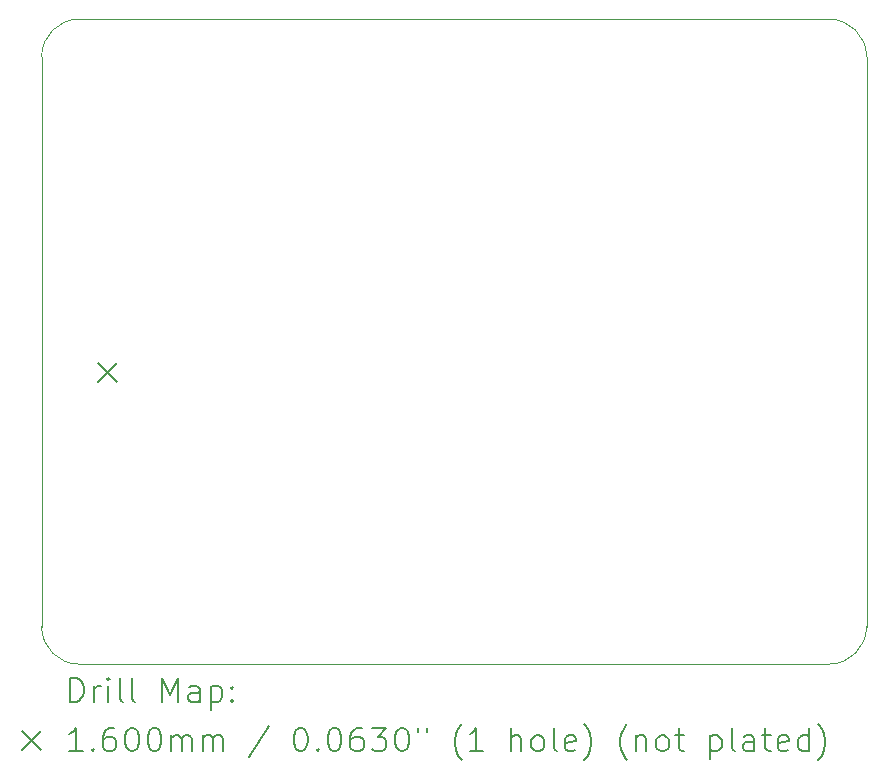
<source format=gbr>
%TF.GenerationSoftware,KiCad,Pcbnew,7.0.2*%
%TF.CreationDate,2024-03-01T12:34:08+01:00*%
%TF.ProjectId,piec_oszust,70696563-5f6f-4737-9a75-73742e6b6963,rev?*%
%TF.SameCoordinates,Original*%
%TF.FileFunction,Drillmap*%
%TF.FilePolarity,Positive*%
%FSLAX45Y45*%
G04 Gerber Fmt 4.5, Leading zero omitted, Abs format (unit mm)*
G04 Created by KiCad (PCBNEW 7.0.2) date 2024-03-01 12:34:08*
%MOMM*%
%LPD*%
G01*
G04 APERTURE LIST*
%ADD10C,0.100000*%
%ADD11C,0.200000*%
%ADD12C,0.160000*%
G04 APERTURE END LIST*
D10*
X3111500Y-4889500D02*
X3111500Y-9715500D01*
X9779000Y-4572000D02*
X3429000Y-4572000D01*
X10096500Y-9715500D02*
X10096500Y-4889500D01*
X3429000Y-10033000D02*
X9779000Y-10033000D01*
X3111500Y-9715500D02*
G75*
G03*
X3429000Y-10033000I317500J0D01*
G01*
X9779000Y-10033000D02*
G75*
G03*
X10096500Y-9715500I0J317500D01*
G01*
X10096500Y-4889500D02*
G75*
G03*
X9779000Y-4572000I-317500J0D01*
G01*
X3429000Y-4572000D02*
G75*
G03*
X3111500Y-4889500I0J-317500D01*
G01*
D11*
D12*
X3592000Y-7482000D02*
X3752000Y-7642000D01*
X3752000Y-7482000D02*
X3592000Y-7642000D01*
D11*
X3354119Y-10350524D02*
X3354119Y-10150524D01*
X3354119Y-10150524D02*
X3401738Y-10150524D01*
X3401738Y-10150524D02*
X3430309Y-10160048D01*
X3430309Y-10160048D02*
X3449357Y-10179095D01*
X3449357Y-10179095D02*
X3458881Y-10198143D01*
X3458881Y-10198143D02*
X3468405Y-10236238D01*
X3468405Y-10236238D02*
X3468405Y-10264810D01*
X3468405Y-10264810D02*
X3458881Y-10302905D01*
X3458881Y-10302905D02*
X3449357Y-10321952D01*
X3449357Y-10321952D02*
X3430309Y-10341000D01*
X3430309Y-10341000D02*
X3401738Y-10350524D01*
X3401738Y-10350524D02*
X3354119Y-10350524D01*
X3554119Y-10350524D02*
X3554119Y-10217190D01*
X3554119Y-10255286D02*
X3563643Y-10236238D01*
X3563643Y-10236238D02*
X3573167Y-10226714D01*
X3573167Y-10226714D02*
X3592214Y-10217190D01*
X3592214Y-10217190D02*
X3611262Y-10217190D01*
X3677928Y-10350524D02*
X3677928Y-10217190D01*
X3677928Y-10150524D02*
X3668405Y-10160048D01*
X3668405Y-10160048D02*
X3677928Y-10169571D01*
X3677928Y-10169571D02*
X3687452Y-10160048D01*
X3687452Y-10160048D02*
X3677928Y-10150524D01*
X3677928Y-10150524D02*
X3677928Y-10169571D01*
X3801738Y-10350524D02*
X3782690Y-10341000D01*
X3782690Y-10341000D02*
X3773167Y-10321952D01*
X3773167Y-10321952D02*
X3773167Y-10150524D01*
X3906500Y-10350524D02*
X3887452Y-10341000D01*
X3887452Y-10341000D02*
X3877928Y-10321952D01*
X3877928Y-10321952D02*
X3877928Y-10150524D01*
X4135071Y-10350524D02*
X4135071Y-10150524D01*
X4135071Y-10150524D02*
X4201738Y-10293381D01*
X4201738Y-10293381D02*
X4268405Y-10150524D01*
X4268405Y-10150524D02*
X4268405Y-10350524D01*
X4449357Y-10350524D02*
X4449357Y-10245762D01*
X4449357Y-10245762D02*
X4439833Y-10226714D01*
X4439833Y-10226714D02*
X4420786Y-10217190D01*
X4420786Y-10217190D02*
X4382690Y-10217190D01*
X4382690Y-10217190D02*
X4363643Y-10226714D01*
X4449357Y-10341000D02*
X4430310Y-10350524D01*
X4430310Y-10350524D02*
X4382690Y-10350524D01*
X4382690Y-10350524D02*
X4363643Y-10341000D01*
X4363643Y-10341000D02*
X4354119Y-10321952D01*
X4354119Y-10321952D02*
X4354119Y-10302905D01*
X4354119Y-10302905D02*
X4363643Y-10283857D01*
X4363643Y-10283857D02*
X4382690Y-10274333D01*
X4382690Y-10274333D02*
X4430310Y-10274333D01*
X4430310Y-10274333D02*
X4449357Y-10264810D01*
X4544595Y-10217190D02*
X4544595Y-10417190D01*
X4544595Y-10226714D02*
X4563643Y-10217190D01*
X4563643Y-10217190D02*
X4601738Y-10217190D01*
X4601738Y-10217190D02*
X4620786Y-10226714D01*
X4620786Y-10226714D02*
X4630310Y-10236238D01*
X4630310Y-10236238D02*
X4639833Y-10255286D01*
X4639833Y-10255286D02*
X4639833Y-10312429D01*
X4639833Y-10312429D02*
X4630310Y-10331476D01*
X4630310Y-10331476D02*
X4620786Y-10341000D01*
X4620786Y-10341000D02*
X4601738Y-10350524D01*
X4601738Y-10350524D02*
X4563643Y-10350524D01*
X4563643Y-10350524D02*
X4544595Y-10341000D01*
X4725548Y-10331476D02*
X4735071Y-10341000D01*
X4735071Y-10341000D02*
X4725548Y-10350524D01*
X4725548Y-10350524D02*
X4716024Y-10341000D01*
X4716024Y-10341000D02*
X4725548Y-10331476D01*
X4725548Y-10331476D02*
X4725548Y-10350524D01*
X4725548Y-10226714D02*
X4735071Y-10236238D01*
X4735071Y-10236238D02*
X4725548Y-10245762D01*
X4725548Y-10245762D02*
X4716024Y-10236238D01*
X4716024Y-10236238D02*
X4725548Y-10226714D01*
X4725548Y-10226714D02*
X4725548Y-10245762D01*
D12*
X2946500Y-10598000D02*
X3106500Y-10758000D01*
X3106500Y-10598000D02*
X2946500Y-10758000D01*
D11*
X3458881Y-10770524D02*
X3344595Y-10770524D01*
X3401738Y-10770524D02*
X3401738Y-10570524D01*
X3401738Y-10570524D02*
X3382690Y-10599095D01*
X3382690Y-10599095D02*
X3363643Y-10618143D01*
X3363643Y-10618143D02*
X3344595Y-10627667D01*
X3544595Y-10751476D02*
X3554119Y-10761000D01*
X3554119Y-10761000D02*
X3544595Y-10770524D01*
X3544595Y-10770524D02*
X3535071Y-10761000D01*
X3535071Y-10761000D02*
X3544595Y-10751476D01*
X3544595Y-10751476D02*
X3544595Y-10770524D01*
X3725548Y-10570524D02*
X3687452Y-10570524D01*
X3687452Y-10570524D02*
X3668405Y-10580048D01*
X3668405Y-10580048D02*
X3658881Y-10589571D01*
X3658881Y-10589571D02*
X3639833Y-10618143D01*
X3639833Y-10618143D02*
X3630309Y-10656238D01*
X3630309Y-10656238D02*
X3630309Y-10732429D01*
X3630309Y-10732429D02*
X3639833Y-10751476D01*
X3639833Y-10751476D02*
X3649357Y-10761000D01*
X3649357Y-10761000D02*
X3668405Y-10770524D01*
X3668405Y-10770524D02*
X3706500Y-10770524D01*
X3706500Y-10770524D02*
X3725548Y-10761000D01*
X3725548Y-10761000D02*
X3735071Y-10751476D01*
X3735071Y-10751476D02*
X3744595Y-10732429D01*
X3744595Y-10732429D02*
X3744595Y-10684810D01*
X3744595Y-10684810D02*
X3735071Y-10665762D01*
X3735071Y-10665762D02*
X3725548Y-10656238D01*
X3725548Y-10656238D02*
X3706500Y-10646714D01*
X3706500Y-10646714D02*
X3668405Y-10646714D01*
X3668405Y-10646714D02*
X3649357Y-10656238D01*
X3649357Y-10656238D02*
X3639833Y-10665762D01*
X3639833Y-10665762D02*
X3630309Y-10684810D01*
X3868405Y-10570524D02*
X3887452Y-10570524D01*
X3887452Y-10570524D02*
X3906500Y-10580048D01*
X3906500Y-10580048D02*
X3916024Y-10589571D01*
X3916024Y-10589571D02*
X3925548Y-10608619D01*
X3925548Y-10608619D02*
X3935071Y-10646714D01*
X3935071Y-10646714D02*
X3935071Y-10694333D01*
X3935071Y-10694333D02*
X3925548Y-10732429D01*
X3925548Y-10732429D02*
X3916024Y-10751476D01*
X3916024Y-10751476D02*
X3906500Y-10761000D01*
X3906500Y-10761000D02*
X3887452Y-10770524D01*
X3887452Y-10770524D02*
X3868405Y-10770524D01*
X3868405Y-10770524D02*
X3849357Y-10761000D01*
X3849357Y-10761000D02*
X3839833Y-10751476D01*
X3839833Y-10751476D02*
X3830309Y-10732429D01*
X3830309Y-10732429D02*
X3820786Y-10694333D01*
X3820786Y-10694333D02*
X3820786Y-10646714D01*
X3820786Y-10646714D02*
X3830309Y-10608619D01*
X3830309Y-10608619D02*
X3839833Y-10589571D01*
X3839833Y-10589571D02*
X3849357Y-10580048D01*
X3849357Y-10580048D02*
X3868405Y-10570524D01*
X4058881Y-10570524D02*
X4077929Y-10570524D01*
X4077929Y-10570524D02*
X4096976Y-10580048D01*
X4096976Y-10580048D02*
X4106500Y-10589571D01*
X4106500Y-10589571D02*
X4116024Y-10608619D01*
X4116024Y-10608619D02*
X4125548Y-10646714D01*
X4125548Y-10646714D02*
X4125548Y-10694333D01*
X4125548Y-10694333D02*
X4116024Y-10732429D01*
X4116024Y-10732429D02*
X4106500Y-10751476D01*
X4106500Y-10751476D02*
X4096976Y-10761000D01*
X4096976Y-10761000D02*
X4077929Y-10770524D01*
X4077929Y-10770524D02*
X4058881Y-10770524D01*
X4058881Y-10770524D02*
X4039833Y-10761000D01*
X4039833Y-10761000D02*
X4030309Y-10751476D01*
X4030309Y-10751476D02*
X4020786Y-10732429D01*
X4020786Y-10732429D02*
X4011262Y-10694333D01*
X4011262Y-10694333D02*
X4011262Y-10646714D01*
X4011262Y-10646714D02*
X4020786Y-10608619D01*
X4020786Y-10608619D02*
X4030309Y-10589571D01*
X4030309Y-10589571D02*
X4039833Y-10580048D01*
X4039833Y-10580048D02*
X4058881Y-10570524D01*
X4211262Y-10770524D02*
X4211262Y-10637190D01*
X4211262Y-10656238D02*
X4220786Y-10646714D01*
X4220786Y-10646714D02*
X4239833Y-10637190D01*
X4239833Y-10637190D02*
X4268405Y-10637190D01*
X4268405Y-10637190D02*
X4287452Y-10646714D01*
X4287452Y-10646714D02*
X4296976Y-10665762D01*
X4296976Y-10665762D02*
X4296976Y-10770524D01*
X4296976Y-10665762D02*
X4306500Y-10646714D01*
X4306500Y-10646714D02*
X4325548Y-10637190D01*
X4325548Y-10637190D02*
X4354119Y-10637190D01*
X4354119Y-10637190D02*
X4373167Y-10646714D01*
X4373167Y-10646714D02*
X4382691Y-10665762D01*
X4382691Y-10665762D02*
X4382691Y-10770524D01*
X4477929Y-10770524D02*
X4477929Y-10637190D01*
X4477929Y-10656238D02*
X4487452Y-10646714D01*
X4487452Y-10646714D02*
X4506500Y-10637190D01*
X4506500Y-10637190D02*
X4535072Y-10637190D01*
X4535072Y-10637190D02*
X4554119Y-10646714D01*
X4554119Y-10646714D02*
X4563643Y-10665762D01*
X4563643Y-10665762D02*
X4563643Y-10770524D01*
X4563643Y-10665762D02*
X4573167Y-10646714D01*
X4573167Y-10646714D02*
X4592214Y-10637190D01*
X4592214Y-10637190D02*
X4620786Y-10637190D01*
X4620786Y-10637190D02*
X4639833Y-10646714D01*
X4639833Y-10646714D02*
X4649357Y-10665762D01*
X4649357Y-10665762D02*
X4649357Y-10770524D01*
X5039833Y-10561000D02*
X4868405Y-10818143D01*
X5296976Y-10570524D02*
X5316024Y-10570524D01*
X5316024Y-10570524D02*
X5335072Y-10580048D01*
X5335072Y-10580048D02*
X5344595Y-10589571D01*
X5344595Y-10589571D02*
X5354119Y-10608619D01*
X5354119Y-10608619D02*
X5363643Y-10646714D01*
X5363643Y-10646714D02*
X5363643Y-10694333D01*
X5363643Y-10694333D02*
X5354119Y-10732429D01*
X5354119Y-10732429D02*
X5344595Y-10751476D01*
X5344595Y-10751476D02*
X5335072Y-10761000D01*
X5335072Y-10761000D02*
X5316024Y-10770524D01*
X5316024Y-10770524D02*
X5296976Y-10770524D01*
X5296976Y-10770524D02*
X5277929Y-10761000D01*
X5277929Y-10761000D02*
X5268405Y-10751476D01*
X5268405Y-10751476D02*
X5258881Y-10732429D01*
X5258881Y-10732429D02*
X5249357Y-10694333D01*
X5249357Y-10694333D02*
X5249357Y-10646714D01*
X5249357Y-10646714D02*
X5258881Y-10608619D01*
X5258881Y-10608619D02*
X5268405Y-10589571D01*
X5268405Y-10589571D02*
X5277929Y-10580048D01*
X5277929Y-10580048D02*
X5296976Y-10570524D01*
X5449357Y-10751476D02*
X5458881Y-10761000D01*
X5458881Y-10761000D02*
X5449357Y-10770524D01*
X5449357Y-10770524D02*
X5439834Y-10761000D01*
X5439834Y-10761000D02*
X5449357Y-10751476D01*
X5449357Y-10751476D02*
X5449357Y-10770524D01*
X5582691Y-10570524D02*
X5601738Y-10570524D01*
X5601738Y-10570524D02*
X5620786Y-10580048D01*
X5620786Y-10580048D02*
X5630310Y-10589571D01*
X5630310Y-10589571D02*
X5639833Y-10608619D01*
X5639833Y-10608619D02*
X5649357Y-10646714D01*
X5649357Y-10646714D02*
X5649357Y-10694333D01*
X5649357Y-10694333D02*
X5639833Y-10732429D01*
X5639833Y-10732429D02*
X5630310Y-10751476D01*
X5630310Y-10751476D02*
X5620786Y-10761000D01*
X5620786Y-10761000D02*
X5601738Y-10770524D01*
X5601738Y-10770524D02*
X5582691Y-10770524D01*
X5582691Y-10770524D02*
X5563643Y-10761000D01*
X5563643Y-10761000D02*
X5554119Y-10751476D01*
X5554119Y-10751476D02*
X5544595Y-10732429D01*
X5544595Y-10732429D02*
X5535072Y-10694333D01*
X5535072Y-10694333D02*
X5535072Y-10646714D01*
X5535072Y-10646714D02*
X5544595Y-10608619D01*
X5544595Y-10608619D02*
X5554119Y-10589571D01*
X5554119Y-10589571D02*
X5563643Y-10580048D01*
X5563643Y-10580048D02*
X5582691Y-10570524D01*
X5820786Y-10570524D02*
X5782691Y-10570524D01*
X5782691Y-10570524D02*
X5763643Y-10580048D01*
X5763643Y-10580048D02*
X5754119Y-10589571D01*
X5754119Y-10589571D02*
X5735072Y-10618143D01*
X5735072Y-10618143D02*
X5725548Y-10656238D01*
X5725548Y-10656238D02*
X5725548Y-10732429D01*
X5725548Y-10732429D02*
X5735072Y-10751476D01*
X5735072Y-10751476D02*
X5744595Y-10761000D01*
X5744595Y-10761000D02*
X5763643Y-10770524D01*
X5763643Y-10770524D02*
X5801738Y-10770524D01*
X5801738Y-10770524D02*
X5820786Y-10761000D01*
X5820786Y-10761000D02*
X5830310Y-10751476D01*
X5830310Y-10751476D02*
X5839833Y-10732429D01*
X5839833Y-10732429D02*
X5839833Y-10684810D01*
X5839833Y-10684810D02*
X5830310Y-10665762D01*
X5830310Y-10665762D02*
X5820786Y-10656238D01*
X5820786Y-10656238D02*
X5801738Y-10646714D01*
X5801738Y-10646714D02*
X5763643Y-10646714D01*
X5763643Y-10646714D02*
X5744595Y-10656238D01*
X5744595Y-10656238D02*
X5735072Y-10665762D01*
X5735072Y-10665762D02*
X5725548Y-10684810D01*
X5906500Y-10570524D02*
X6030310Y-10570524D01*
X6030310Y-10570524D02*
X5963643Y-10646714D01*
X5963643Y-10646714D02*
X5992214Y-10646714D01*
X5992214Y-10646714D02*
X6011262Y-10656238D01*
X6011262Y-10656238D02*
X6020786Y-10665762D01*
X6020786Y-10665762D02*
X6030310Y-10684810D01*
X6030310Y-10684810D02*
X6030310Y-10732429D01*
X6030310Y-10732429D02*
X6020786Y-10751476D01*
X6020786Y-10751476D02*
X6011262Y-10761000D01*
X6011262Y-10761000D02*
X5992214Y-10770524D01*
X5992214Y-10770524D02*
X5935072Y-10770524D01*
X5935072Y-10770524D02*
X5916024Y-10761000D01*
X5916024Y-10761000D02*
X5906500Y-10751476D01*
X6154119Y-10570524D02*
X6173167Y-10570524D01*
X6173167Y-10570524D02*
X6192214Y-10580048D01*
X6192214Y-10580048D02*
X6201738Y-10589571D01*
X6201738Y-10589571D02*
X6211262Y-10608619D01*
X6211262Y-10608619D02*
X6220786Y-10646714D01*
X6220786Y-10646714D02*
X6220786Y-10694333D01*
X6220786Y-10694333D02*
X6211262Y-10732429D01*
X6211262Y-10732429D02*
X6201738Y-10751476D01*
X6201738Y-10751476D02*
X6192214Y-10761000D01*
X6192214Y-10761000D02*
X6173167Y-10770524D01*
X6173167Y-10770524D02*
X6154119Y-10770524D01*
X6154119Y-10770524D02*
X6135072Y-10761000D01*
X6135072Y-10761000D02*
X6125548Y-10751476D01*
X6125548Y-10751476D02*
X6116024Y-10732429D01*
X6116024Y-10732429D02*
X6106500Y-10694333D01*
X6106500Y-10694333D02*
X6106500Y-10646714D01*
X6106500Y-10646714D02*
X6116024Y-10608619D01*
X6116024Y-10608619D02*
X6125548Y-10589571D01*
X6125548Y-10589571D02*
X6135072Y-10580048D01*
X6135072Y-10580048D02*
X6154119Y-10570524D01*
X6296976Y-10570524D02*
X6296976Y-10608619D01*
X6373167Y-10570524D02*
X6373167Y-10608619D01*
X6668405Y-10846714D02*
X6658881Y-10837190D01*
X6658881Y-10837190D02*
X6639834Y-10808619D01*
X6639834Y-10808619D02*
X6630310Y-10789571D01*
X6630310Y-10789571D02*
X6620786Y-10761000D01*
X6620786Y-10761000D02*
X6611262Y-10713381D01*
X6611262Y-10713381D02*
X6611262Y-10675286D01*
X6611262Y-10675286D02*
X6620786Y-10627667D01*
X6620786Y-10627667D02*
X6630310Y-10599095D01*
X6630310Y-10599095D02*
X6639834Y-10580048D01*
X6639834Y-10580048D02*
X6658881Y-10551476D01*
X6658881Y-10551476D02*
X6668405Y-10541952D01*
X6849357Y-10770524D02*
X6735072Y-10770524D01*
X6792214Y-10770524D02*
X6792214Y-10570524D01*
X6792214Y-10570524D02*
X6773167Y-10599095D01*
X6773167Y-10599095D02*
X6754119Y-10618143D01*
X6754119Y-10618143D02*
X6735072Y-10627667D01*
X7087453Y-10770524D02*
X7087453Y-10570524D01*
X7173167Y-10770524D02*
X7173167Y-10665762D01*
X7173167Y-10665762D02*
X7163643Y-10646714D01*
X7163643Y-10646714D02*
X7144596Y-10637190D01*
X7144596Y-10637190D02*
X7116024Y-10637190D01*
X7116024Y-10637190D02*
X7096976Y-10646714D01*
X7096976Y-10646714D02*
X7087453Y-10656238D01*
X7296976Y-10770524D02*
X7277929Y-10761000D01*
X7277929Y-10761000D02*
X7268405Y-10751476D01*
X7268405Y-10751476D02*
X7258881Y-10732429D01*
X7258881Y-10732429D02*
X7258881Y-10675286D01*
X7258881Y-10675286D02*
X7268405Y-10656238D01*
X7268405Y-10656238D02*
X7277929Y-10646714D01*
X7277929Y-10646714D02*
X7296976Y-10637190D01*
X7296976Y-10637190D02*
X7325548Y-10637190D01*
X7325548Y-10637190D02*
X7344596Y-10646714D01*
X7344596Y-10646714D02*
X7354119Y-10656238D01*
X7354119Y-10656238D02*
X7363643Y-10675286D01*
X7363643Y-10675286D02*
X7363643Y-10732429D01*
X7363643Y-10732429D02*
X7354119Y-10751476D01*
X7354119Y-10751476D02*
X7344596Y-10761000D01*
X7344596Y-10761000D02*
X7325548Y-10770524D01*
X7325548Y-10770524D02*
X7296976Y-10770524D01*
X7477929Y-10770524D02*
X7458881Y-10761000D01*
X7458881Y-10761000D02*
X7449357Y-10741952D01*
X7449357Y-10741952D02*
X7449357Y-10570524D01*
X7630310Y-10761000D02*
X7611262Y-10770524D01*
X7611262Y-10770524D02*
X7573167Y-10770524D01*
X7573167Y-10770524D02*
X7554119Y-10761000D01*
X7554119Y-10761000D02*
X7544596Y-10741952D01*
X7544596Y-10741952D02*
X7544596Y-10665762D01*
X7544596Y-10665762D02*
X7554119Y-10646714D01*
X7554119Y-10646714D02*
X7573167Y-10637190D01*
X7573167Y-10637190D02*
X7611262Y-10637190D01*
X7611262Y-10637190D02*
X7630310Y-10646714D01*
X7630310Y-10646714D02*
X7639834Y-10665762D01*
X7639834Y-10665762D02*
X7639834Y-10684810D01*
X7639834Y-10684810D02*
X7544596Y-10703857D01*
X7706500Y-10846714D02*
X7716024Y-10837190D01*
X7716024Y-10837190D02*
X7735072Y-10808619D01*
X7735072Y-10808619D02*
X7744596Y-10789571D01*
X7744596Y-10789571D02*
X7754119Y-10761000D01*
X7754119Y-10761000D02*
X7763643Y-10713381D01*
X7763643Y-10713381D02*
X7763643Y-10675286D01*
X7763643Y-10675286D02*
X7754119Y-10627667D01*
X7754119Y-10627667D02*
X7744596Y-10599095D01*
X7744596Y-10599095D02*
X7735072Y-10580048D01*
X7735072Y-10580048D02*
X7716024Y-10551476D01*
X7716024Y-10551476D02*
X7706500Y-10541952D01*
X8068405Y-10846714D02*
X8058881Y-10837190D01*
X8058881Y-10837190D02*
X8039834Y-10808619D01*
X8039834Y-10808619D02*
X8030310Y-10789571D01*
X8030310Y-10789571D02*
X8020786Y-10761000D01*
X8020786Y-10761000D02*
X8011262Y-10713381D01*
X8011262Y-10713381D02*
X8011262Y-10675286D01*
X8011262Y-10675286D02*
X8020786Y-10627667D01*
X8020786Y-10627667D02*
X8030310Y-10599095D01*
X8030310Y-10599095D02*
X8039834Y-10580048D01*
X8039834Y-10580048D02*
X8058881Y-10551476D01*
X8058881Y-10551476D02*
X8068405Y-10541952D01*
X8144596Y-10637190D02*
X8144596Y-10770524D01*
X8144596Y-10656238D02*
X8154119Y-10646714D01*
X8154119Y-10646714D02*
X8173167Y-10637190D01*
X8173167Y-10637190D02*
X8201738Y-10637190D01*
X8201738Y-10637190D02*
X8220786Y-10646714D01*
X8220786Y-10646714D02*
X8230310Y-10665762D01*
X8230310Y-10665762D02*
X8230310Y-10770524D01*
X8354119Y-10770524D02*
X8335072Y-10761000D01*
X8335072Y-10761000D02*
X8325548Y-10751476D01*
X8325548Y-10751476D02*
X8316024Y-10732429D01*
X8316024Y-10732429D02*
X8316024Y-10675286D01*
X8316024Y-10675286D02*
X8325548Y-10656238D01*
X8325548Y-10656238D02*
X8335072Y-10646714D01*
X8335072Y-10646714D02*
X8354119Y-10637190D01*
X8354119Y-10637190D02*
X8382691Y-10637190D01*
X8382691Y-10637190D02*
X8401739Y-10646714D01*
X8401739Y-10646714D02*
X8411262Y-10656238D01*
X8411262Y-10656238D02*
X8420786Y-10675286D01*
X8420786Y-10675286D02*
X8420786Y-10732429D01*
X8420786Y-10732429D02*
X8411262Y-10751476D01*
X8411262Y-10751476D02*
X8401739Y-10761000D01*
X8401739Y-10761000D02*
X8382691Y-10770524D01*
X8382691Y-10770524D02*
X8354119Y-10770524D01*
X8477929Y-10637190D02*
X8554119Y-10637190D01*
X8506500Y-10570524D02*
X8506500Y-10741952D01*
X8506500Y-10741952D02*
X8516024Y-10761000D01*
X8516024Y-10761000D02*
X8535072Y-10770524D01*
X8535072Y-10770524D02*
X8554119Y-10770524D01*
X8773167Y-10637190D02*
X8773167Y-10837190D01*
X8773167Y-10646714D02*
X8792215Y-10637190D01*
X8792215Y-10637190D02*
X8830310Y-10637190D01*
X8830310Y-10637190D02*
X8849358Y-10646714D01*
X8849358Y-10646714D02*
X8858881Y-10656238D01*
X8858881Y-10656238D02*
X8868405Y-10675286D01*
X8868405Y-10675286D02*
X8868405Y-10732429D01*
X8868405Y-10732429D02*
X8858881Y-10751476D01*
X8858881Y-10751476D02*
X8849358Y-10761000D01*
X8849358Y-10761000D02*
X8830310Y-10770524D01*
X8830310Y-10770524D02*
X8792215Y-10770524D01*
X8792215Y-10770524D02*
X8773167Y-10761000D01*
X8982691Y-10770524D02*
X8963643Y-10761000D01*
X8963643Y-10761000D02*
X8954120Y-10741952D01*
X8954120Y-10741952D02*
X8954120Y-10570524D01*
X9144596Y-10770524D02*
X9144596Y-10665762D01*
X9144596Y-10665762D02*
X9135072Y-10646714D01*
X9135072Y-10646714D02*
X9116024Y-10637190D01*
X9116024Y-10637190D02*
X9077929Y-10637190D01*
X9077929Y-10637190D02*
X9058881Y-10646714D01*
X9144596Y-10761000D02*
X9125548Y-10770524D01*
X9125548Y-10770524D02*
X9077929Y-10770524D01*
X9077929Y-10770524D02*
X9058881Y-10761000D01*
X9058881Y-10761000D02*
X9049358Y-10741952D01*
X9049358Y-10741952D02*
X9049358Y-10722905D01*
X9049358Y-10722905D02*
X9058881Y-10703857D01*
X9058881Y-10703857D02*
X9077929Y-10694333D01*
X9077929Y-10694333D02*
X9125548Y-10694333D01*
X9125548Y-10694333D02*
X9144596Y-10684810D01*
X9211262Y-10637190D02*
X9287453Y-10637190D01*
X9239834Y-10570524D02*
X9239834Y-10741952D01*
X9239834Y-10741952D02*
X9249358Y-10761000D01*
X9249358Y-10761000D02*
X9268405Y-10770524D01*
X9268405Y-10770524D02*
X9287453Y-10770524D01*
X9430310Y-10761000D02*
X9411262Y-10770524D01*
X9411262Y-10770524D02*
X9373167Y-10770524D01*
X9373167Y-10770524D02*
X9354120Y-10761000D01*
X9354120Y-10761000D02*
X9344596Y-10741952D01*
X9344596Y-10741952D02*
X9344596Y-10665762D01*
X9344596Y-10665762D02*
X9354120Y-10646714D01*
X9354120Y-10646714D02*
X9373167Y-10637190D01*
X9373167Y-10637190D02*
X9411262Y-10637190D01*
X9411262Y-10637190D02*
X9430310Y-10646714D01*
X9430310Y-10646714D02*
X9439834Y-10665762D01*
X9439834Y-10665762D02*
X9439834Y-10684810D01*
X9439834Y-10684810D02*
X9344596Y-10703857D01*
X9611262Y-10770524D02*
X9611262Y-10570524D01*
X9611262Y-10761000D02*
X9592215Y-10770524D01*
X9592215Y-10770524D02*
X9554120Y-10770524D01*
X9554120Y-10770524D02*
X9535072Y-10761000D01*
X9535072Y-10761000D02*
X9525548Y-10751476D01*
X9525548Y-10751476D02*
X9516024Y-10732429D01*
X9516024Y-10732429D02*
X9516024Y-10675286D01*
X9516024Y-10675286D02*
X9525548Y-10656238D01*
X9525548Y-10656238D02*
X9535072Y-10646714D01*
X9535072Y-10646714D02*
X9554120Y-10637190D01*
X9554120Y-10637190D02*
X9592215Y-10637190D01*
X9592215Y-10637190D02*
X9611262Y-10646714D01*
X9687453Y-10846714D02*
X9696977Y-10837190D01*
X9696977Y-10837190D02*
X9716024Y-10808619D01*
X9716024Y-10808619D02*
X9725548Y-10789571D01*
X9725548Y-10789571D02*
X9735072Y-10761000D01*
X9735072Y-10761000D02*
X9744596Y-10713381D01*
X9744596Y-10713381D02*
X9744596Y-10675286D01*
X9744596Y-10675286D02*
X9735072Y-10627667D01*
X9735072Y-10627667D02*
X9725548Y-10599095D01*
X9725548Y-10599095D02*
X9716024Y-10580048D01*
X9716024Y-10580048D02*
X9696977Y-10551476D01*
X9696977Y-10551476D02*
X9687453Y-10541952D01*
M02*

</source>
